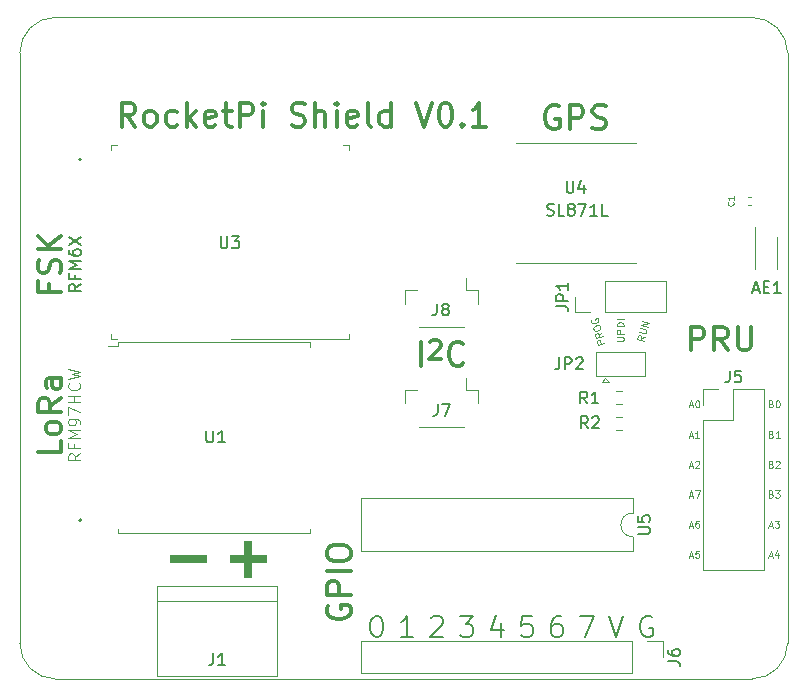
<source format=gbr>
G04 #@! TF.GenerationSoftware,KiCad,Pcbnew,6.0.2+dfsg-1*
G04 #@! TF.CreationDate,2022-08-30T21:57:41-05:00*
G04 #@! TF.ProjectId,BaseStationHAT,42617365-5374-4617-9469-6f6e4841542e,rev?*
G04 #@! TF.SameCoordinates,Original*
G04 #@! TF.FileFunction,Legend,Top*
G04 #@! TF.FilePolarity,Positive*
%FSLAX46Y46*%
G04 Gerber Fmt 4.6, Leading zero omitted, Abs format (unit mm)*
G04 Created by KiCad (PCBNEW 6.0.2+dfsg-1) date 2022-08-30 21:57:41*
%MOMM*%
%LPD*%
G01*
G04 APERTURE LIST*
G04 #@! TA.AperFunction,Profile*
%ADD10C,0.100000*%
G04 #@! TD*
%ADD11C,0.090000*%
%ADD12C,0.150000*%
%ADD13C,0.200000*%
%ADD14C,0.300000*%
%ADD15C,0.125000*%
%ADD16C,0.100000*%
%ADD17C,0.120000*%
%ADD18C,0.010000*%
G04 APERTURE END LIST*
D10*
X143546356Y-113817611D02*
X143546356Y-63817611D01*
X78546356Y-63817611D02*
X78546356Y-113817611D01*
X140546356Y-116817611D02*
G75*
G03*
X143546356Y-113817611I-1J3000001D01*
G01*
X140546356Y-60817611D02*
X81546356Y-60817611D01*
X81546356Y-116817611D02*
X140546356Y-116817611D01*
X143546356Y-63817611D02*
G75*
G03*
X140546356Y-60817611I-3000001J-1D01*
G01*
X81546356Y-60817611D02*
G75*
G03*
X78546356Y-63817611I1J-3000001D01*
G01*
X78546356Y-113817611D02*
G75*
G03*
X81546356Y-116817611I3000001J1D01*
G01*
D11*
X131472560Y-87848018D02*
X131144817Y-87967254D01*
X131383822Y-88179192D02*
X130804266Y-88023901D01*
X130863425Y-87803118D01*
X130905812Y-87755317D01*
X130940805Y-87735114D01*
X131003396Y-87722305D01*
X131086189Y-87744490D01*
X131133990Y-87786877D01*
X131154193Y-87821870D01*
X131167001Y-87884461D01*
X131107843Y-88105244D01*
X130959557Y-87444345D02*
X131428721Y-87570057D01*
X131491312Y-87557249D01*
X131526305Y-87537046D01*
X131568692Y-87489245D01*
X131598272Y-87378854D01*
X131585463Y-87316263D01*
X131565260Y-87281270D01*
X131517459Y-87238883D01*
X131048295Y-87113171D01*
X131701799Y-86992483D02*
X131122244Y-86837192D01*
X131790537Y-86661309D01*
X131210982Y-86506017D01*
X141971428Y-106400000D02*
X142257142Y-106400000D01*
X141914285Y-106571428D02*
X142114285Y-105971428D01*
X142314285Y-106571428D01*
X142771428Y-106171428D02*
X142771428Y-106571428D01*
X142628571Y-105942857D02*
X142485714Y-106371428D01*
X142857142Y-106371428D01*
X142157142Y-96107142D02*
X142242857Y-96135714D01*
X142271428Y-96164285D01*
X142300000Y-96221428D01*
X142300000Y-96307142D01*
X142271428Y-96364285D01*
X142242857Y-96392857D01*
X142185714Y-96421428D01*
X141957142Y-96421428D01*
X141957142Y-95821428D01*
X142157142Y-95821428D01*
X142214285Y-95850000D01*
X142242857Y-95878571D01*
X142271428Y-95935714D01*
X142271428Y-95992857D01*
X142242857Y-96050000D01*
X142214285Y-96078571D01*
X142157142Y-96107142D01*
X141957142Y-96107142D01*
X142871428Y-96421428D02*
X142528571Y-96421428D01*
X142700000Y-96421428D02*
X142700000Y-95821428D01*
X142642857Y-95907142D01*
X142585714Y-95964285D01*
X142528571Y-95992857D01*
D12*
X123176190Y-77554761D02*
X123319047Y-77602380D01*
X123557142Y-77602380D01*
X123652380Y-77554761D01*
X123700000Y-77507142D01*
X123747619Y-77411904D01*
X123747619Y-77316666D01*
X123700000Y-77221428D01*
X123652380Y-77173809D01*
X123557142Y-77126190D01*
X123366666Y-77078571D01*
X123271428Y-77030952D01*
X123223809Y-76983333D01*
X123176190Y-76888095D01*
X123176190Y-76792857D01*
X123223809Y-76697619D01*
X123271428Y-76650000D01*
X123366666Y-76602380D01*
X123604761Y-76602380D01*
X123747619Y-76650000D01*
X124652380Y-77602380D02*
X124176190Y-77602380D01*
X124176190Y-76602380D01*
X125128571Y-77030952D02*
X125033333Y-76983333D01*
X124985714Y-76935714D01*
X124938095Y-76840476D01*
X124938095Y-76792857D01*
X124985714Y-76697619D01*
X125033333Y-76650000D01*
X125128571Y-76602380D01*
X125319047Y-76602380D01*
X125414285Y-76650000D01*
X125461904Y-76697619D01*
X125509523Y-76792857D01*
X125509523Y-76840476D01*
X125461904Y-76935714D01*
X125414285Y-76983333D01*
X125319047Y-77030952D01*
X125128571Y-77030952D01*
X125033333Y-77078571D01*
X124985714Y-77126190D01*
X124938095Y-77221428D01*
X124938095Y-77411904D01*
X124985714Y-77507142D01*
X125033333Y-77554761D01*
X125128571Y-77602380D01*
X125319047Y-77602380D01*
X125414285Y-77554761D01*
X125461904Y-77507142D01*
X125509523Y-77411904D01*
X125509523Y-77221428D01*
X125461904Y-77126190D01*
X125414285Y-77078571D01*
X125319047Y-77030952D01*
X125842857Y-76602380D02*
X126509523Y-76602380D01*
X126080952Y-77602380D01*
X127414285Y-77602380D02*
X126842857Y-77602380D01*
X127128571Y-77602380D02*
X127128571Y-76602380D01*
X127033333Y-76745238D01*
X126938095Y-76840476D01*
X126842857Y-76888095D01*
X128319047Y-77602380D02*
X127842857Y-77602380D01*
X127842857Y-76602380D01*
D13*
X113335714Y-111685714D02*
X113421428Y-111600000D01*
X113592857Y-111514285D01*
X114021428Y-111514285D01*
X114192857Y-111600000D01*
X114278571Y-111685714D01*
X114364285Y-111857142D01*
X114364285Y-112028571D01*
X114278571Y-112285714D01*
X113250000Y-113314285D01*
X114364285Y-113314285D01*
D14*
X82054761Y-96690476D02*
X82054761Y-97642857D01*
X80054761Y-97642857D01*
X82054761Y-95738095D02*
X81959523Y-95928571D01*
X81864285Y-96023809D01*
X81673809Y-96119047D01*
X81102380Y-96119047D01*
X80911904Y-96023809D01*
X80816666Y-95928571D01*
X80721428Y-95738095D01*
X80721428Y-95452380D01*
X80816666Y-95261904D01*
X80911904Y-95166666D01*
X81102380Y-95071428D01*
X81673809Y-95071428D01*
X81864285Y-95166666D01*
X81959523Y-95261904D01*
X82054761Y-95452380D01*
X82054761Y-95738095D01*
X82054761Y-93071428D02*
X81102380Y-93738095D01*
X82054761Y-94214285D02*
X80054761Y-94214285D01*
X80054761Y-93452380D01*
X80150000Y-93261904D01*
X80245238Y-93166666D01*
X80435714Y-93071428D01*
X80721428Y-93071428D01*
X80911904Y-93166666D01*
X81007142Y-93261904D01*
X81102380Y-93452380D01*
X81102380Y-94214285D01*
X82054761Y-91357142D02*
X81007142Y-91357142D01*
X80816666Y-91452380D01*
X80721428Y-91642857D01*
X80721428Y-92023809D01*
X80816666Y-92214285D01*
X81959523Y-91357142D02*
X82054761Y-91547619D01*
X82054761Y-92023809D01*
X81959523Y-92214285D01*
X81769047Y-92309523D01*
X81578571Y-92309523D01*
X81388095Y-92214285D01*
X81292857Y-92023809D01*
X81292857Y-91547619D01*
X81197619Y-91357142D01*
X81007142Y-83416666D02*
X81007142Y-84083333D01*
X82054761Y-84083333D02*
X80054761Y-84083333D01*
X80054761Y-83130952D01*
X81959523Y-82464285D02*
X82054761Y-82178571D01*
X82054761Y-81702380D01*
X81959523Y-81511904D01*
X81864285Y-81416666D01*
X81673809Y-81321428D01*
X81483333Y-81321428D01*
X81292857Y-81416666D01*
X81197619Y-81511904D01*
X81102380Y-81702380D01*
X81007142Y-82083333D01*
X80911904Y-82273809D01*
X80816666Y-82369047D01*
X80626190Y-82464285D01*
X80435714Y-82464285D01*
X80245238Y-82369047D01*
X80150000Y-82273809D01*
X80054761Y-82083333D01*
X80054761Y-81607142D01*
X80150000Y-81321428D01*
X82054761Y-80464285D02*
X80054761Y-80464285D01*
X82054761Y-79321428D02*
X80911904Y-80178571D01*
X80054761Y-79321428D02*
X81197619Y-80464285D01*
X135330952Y-89004761D02*
X135330952Y-87004761D01*
X136092857Y-87004761D01*
X136283333Y-87100000D01*
X136378571Y-87195238D01*
X136473809Y-87385714D01*
X136473809Y-87671428D01*
X136378571Y-87861904D01*
X136283333Y-87957142D01*
X136092857Y-88052380D01*
X135330952Y-88052380D01*
X138473809Y-89004761D02*
X137807142Y-88052380D01*
X137330952Y-89004761D02*
X137330952Y-87004761D01*
X138092857Y-87004761D01*
X138283333Y-87100000D01*
X138378571Y-87195238D01*
X138473809Y-87385714D01*
X138473809Y-87671428D01*
X138378571Y-87861904D01*
X138283333Y-87957142D01*
X138092857Y-88052380D01*
X137330952Y-88052380D01*
X139330952Y-87004761D02*
X139330952Y-88623809D01*
X139426190Y-88814285D01*
X139521428Y-88909523D01*
X139711904Y-89004761D01*
X140092857Y-89004761D01*
X140283333Y-88909523D01*
X140378571Y-88814285D01*
X140473809Y-88623809D01*
X140473809Y-87004761D01*
D11*
X128039485Y-88364669D02*
X127459930Y-88519961D01*
X127400771Y-88299178D01*
X127413580Y-88236587D01*
X127433783Y-88201594D01*
X127481584Y-88159207D01*
X127564377Y-88137022D01*
X127626968Y-88149830D01*
X127661961Y-88170033D01*
X127704348Y-88217834D01*
X127763507Y-88438617D01*
X127795456Y-87453939D02*
X127571241Y-87721073D01*
X127884194Y-87785114D02*
X127304639Y-87940405D01*
X127245480Y-87719622D01*
X127258288Y-87657031D01*
X127278491Y-87622039D01*
X127326292Y-87579651D01*
X127409086Y-87557467D01*
X127471676Y-87570275D01*
X127506669Y-87590478D01*
X127549057Y-87638279D01*
X127608215Y-87859062D01*
X127119768Y-87250458D02*
X127090188Y-87140067D01*
X127102997Y-87077476D01*
X127143403Y-87007491D01*
X127246400Y-86950313D01*
X127439585Y-86898550D01*
X127557371Y-86896568D01*
X127627356Y-86936974D01*
X127669744Y-86984775D01*
X127699323Y-87095167D01*
X127686515Y-87157757D01*
X127646109Y-87227743D01*
X127543112Y-87284920D01*
X127349927Y-87336684D01*
X127232141Y-87338665D01*
X127162155Y-87298259D01*
X127119768Y-87250458D01*
X126932916Y-86442725D02*
X126920107Y-86505315D01*
X126942292Y-86588109D01*
X126992074Y-86663508D01*
X127062060Y-86703914D01*
X127124650Y-86716722D01*
X127242437Y-86714741D01*
X127325230Y-86692556D01*
X127428227Y-86635379D01*
X127476028Y-86592991D01*
X127516434Y-86523006D01*
X127521847Y-86432817D01*
X127507058Y-86377622D01*
X127457275Y-86302223D01*
X127422283Y-86282020D01*
X127229097Y-86333784D01*
X127258677Y-86444175D01*
X135221428Y-103850000D02*
X135507142Y-103850000D01*
X135164285Y-104021428D02*
X135364285Y-103421428D01*
X135564285Y-104021428D01*
X136021428Y-103421428D02*
X135907142Y-103421428D01*
X135850000Y-103450000D01*
X135821428Y-103478571D01*
X135764285Y-103564285D01*
X135735714Y-103678571D01*
X135735714Y-103907142D01*
X135764285Y-103964285D01*
X135792857Y-103992857D01*
X135850000Y-104021428D01*
X135964285Y-104021428D01*
X136021428Y-103992857D01*
X136050000Y-103964285D01*
X136078571Y-103907142D01*
X136078571Y-103764285D01*
X136050000Y-103707142D01*
X136021428Y-103678571D01*
X135964285Y-103650000D01*
X135850000Y-103650000D01*
X135792857Y-103678571D01*
X135764285Y-103707142D01*
X135735714Y-103764285D01*
D14*
X104650000Y-110650000D02*
X104554761Y-110840476D01*
X104554761Y-111126190D01*
X104650000Y-111411904D01*
X104840476Y-111602380D01*
X105030952Y-111697619D01*
X105411904Y-111792857D01*
X105697619Y-111792857D01*
X106078571Y-111697619D01*
X106269047Y-111602380D01*
X106459523Y-111411904D01*
X106554761Y-111126190D01*
X106554761Y-110935714D01*
X106459523Y-110650000D01*
X106364285Y-110554761D01*
X105697619Y-110554761D01*
X105697619Y-110935714D01*
X106554761Y-109697619D02*
X104554761Y-109697619D01*
X104554761Y-108935714D01*
X104650000Y-108745238D01*
X104745238Y-108650000D01*
X104935714Y-108554761D01*
X105221428Y-108554761D01*
X105411904Y-108650000D01*
X105507142Y-108745238D01*
X105602380Y-108935714D01*
X105602380Y-109697619D01*
X106554761Y-107697619D02*
X104554761Y-107697619D01*
X104554761Y-106364285D02*
X104554761Y-105983333D01*
X104650000Y-105792857D01*
X104840476Y-105602380D01*
X105221428Y-105507142D01*
X105888095Y-105507142D01*
X106269047Y-105602380D01*
X106459523Y-105792857D01*
X106554761Y-105983333D01*
X106554761Y-106364285D01*
X106459523Y-106554761D01*
X106269047Y-106745238D01*
X105888095Y-106840476D01*
X105221428Y-106840476D01*
X104840476Y-106745238D01*
X104650000Y-106554761D01*
X104554761Y-106364285D01*
D11*
X142157142Y-101157142D02*
X142242857Y-101185714D01*
X142271428Y-101214285D01*
X142300000Y-101271428D01*
X142300000Y-101357142D01*
X142271428Y-101414285D01*
X142242857Y-101442857D01*
X142185714Y-101471428D01*
X141957142Y-101471428D01*
X141957142Y-100871428D01*
X142157142Y-100871428D01*
X142214285Y-100900000D01*
X142242857Y-100928571D01*
X142271428Y-100985714D01*
X142271428Y-101042857D01*
X142242857Y-101100000D01*
X142214285Y-101128571D01*
X142157142Y-101157142D01*
X141957142Y-101157142D01*
X142500000Y-100871428D02*
X142871428Y-100871428D01*
X142671428Y-101100000D01*
X142757142Y-101100000D01*
X142814285Y-101128571D01*
X142842857Y-101157142D01*
X142871428Y-101214285D01*
X142871428Y-101357142D01*
X142842857Y-101414285D01*
X142814285Y-101442857D01*
X142757142Y-101471428D01*
X142585714Y-101471428D01*
X142528571Y-101442857D01*
X142500000Y-101414285D01*
D14*
X88311904Y-70054761D02*
X87645238Y-69102380D01*
X87169047Y-70054761D02*
X87169047Y-68054761D01*
X87930952Y-68054761D01*
X88121428Y-68150000D01*
X88216666Y-68245238D01*
X88311904Y-68435714D01*
X88311904Y-68721428D01*
X88216666Y-68911904D01*
X88121428Y-69007142D01*
X87930952Y-69102380D01*
X87169047Y-69102380D01*
X89454761Y-70054761D02*
X89264285Y-69959523D01*
X89169047Y-69864285D01*
X89073809Y-69673809D01*
X89073809Y-69102380D01*
X89169047Y-68911904D01*
X89264285Y-68816666D01*
X89454761Y-68721428D01*
X89740476Y-68721428D01*
X89930952Y-68816666D01*
X90026190Y-68911904D01*
X90121428Y-69102380D01*
X90121428Y-69673809D01*
X90026190Y-69864285D01*
X89930952Y-69959523D01*
X89740476Y-70054761D01*
X89454761Y-70054761D01*
X91835714Y-69959523D02*
X91645238Y-70054761D01*
X91264285Y-70054761D01*
X91073809Y-69959523D01*
X90978571Y-69864285D01*
X90883333Y-69673809D01*
X90883333Y-69102380D01*
X90978571Y-68911904D01*
X91073809Y-68816666D01*
X91264285Y-68721428D01*
X91645238Y-68721428D01*
X91835714Y-68816666D01*
X92692857Y-70054761D02*
X92692857Y-68054761D01*
X92883333Y-69292857D02*
X93454761Y-70054761D01*
X93454761Y-68721428D02*
X92692857Y-69483333D01*
X95073809Y-69959523D02*
X94883333Y-70054761D01*
X94502380Y-70054761D01*
X94311904Y-69959523D01*
X94216666Y-69769047D01*
X94216666Y-69007142D01*
X94311904Y-68816666D01*
X94502380Y-68721428D01*
X94883333Y-68721428D01*
X95073809Y-68816666D01*
X95169047Y-69007142D01*
X95169047Y-69197619D01*
X94216666Y-69388095D01*
X95740476Y-68721428D02*
X96502380Y-68721428D01*
X96026190Y-68054761D02*
X96026190Y-69769047D01*
X96121428Y-69959523D01*
X96311904Y-70054761D01*
X96502380Y-70054761D01*
X97169047Y-70054761D02*
X97169047Y-68054761D01*
X97930952Y-68054761D01*
X98121428Y-68150000D01*
X98216666Y-68245238D01*
X98311904Y-68435714D01*
X98311904Y-68721428D01*
X98216666Y-68911904D01*
X98121428Y-69007142D01*
X97930952Y-69102380D01*
X97169047Y-69102380D01*
X99169047Y-70054761D02*
X99169047Y-68721428D01*
X99169047Y-68054761D02*
X99073809Y-68150000D01*
X99169047Y-68245238D01*
X99264285Y-68150000D01*
X99169047Y-68054761D01*
X99169047Y-68245238D01*
X101549999Y-69959523D02*
X101835714Y-70054761D01*
X102311904Y-70054761D01*
X102502380Y-69959523D01*
X102597619Y-69864285D01*
X102692857Y-69673809D01*
X102692857Y-69483333D01*
X102597619Y-69292857D01*
X102502380Y-69197619D01*
X102311904Y-69102380D01*
X101930952Y-69007142D01*
X101740476Y-68911904D01*
X101645238Y-68816666D01*
X101549999Y-68626190D01*
X101549999Y-68435714D01*
X101645238Y-68245238D01*
X101740476Y-68150000D01*
X101930952Y-68054761D01*
X102407142Y-68054761D01*
X102692857Y-68150000D01*
X103550000Y-70054761D02*
X103550000Y-68054761D01*
X104407142Y-70054761D02*
X104407142Y-69007142D01*
X104311904Y-68816666D01*
X104121428Y-68721428D01*
X103835714Y-68721428D01*
X103645238Y-68816666D01*
X103550000Y-68911904D01*
X105359523Y-70054761D02*
X105359523Y-68721428D01*
X105359523Y-68054761D02*
X105264285Y-68150000D01*
X105359523Y-68245238D01*
X105454761Y-68150000D01*
X105359523Y-68054761D01*
X105359523Y-68245238D01*
X107073809Y-69959523D02*
X106883333Y-70054761D01*
X106502380Y-70054761D01*
X106311904Y-69959523D01*
X106216666Y-69769047D01*
X106216666Y-69007142D01*
X106311904Y-68816666D01*
X106502380Y-68721428D01*
X106883333Y-68721428D01*
X107073809Y-68816666D01*
X107169047Y-69007142D01*
X107169047Y-69197619D01*
X106216666Y-69388095D01*
X108311904Y-70054761D02*
X108121428Y-69959523D01*
X108026190Y-69769047D01*
X108026190Y-68054761D01*
X109930952Y-70054761D02*
X109930952Y-68054761D01*
X109930952Y-69959523D02*
X109740476Y-70054761D01*
X109359523Y-70054761D01*
X109169047Y-69959523D01*
X109073809Y-69864285D01*
X108978571Y-69673809D01*
X108978571Y-69102380D01*
X109073809Y-68911904D01*
X109169047Y-68816666D01*
X109359523Y-68721428D01*
X109740476Y-68721428D01*
X109930952Y-68816666D01*
X112121428Y-68054761D02*
X112788095Y-70054761D01*
X113454761Y-68054761D01*
X114502380Y-68054761D02*
X114692857Y-68054761D01*
X114883333Y-68150000D01*
X114978571Y-68245238D01*
X115073809Y-68435714D01*
X115169047Y-68816666D01*
X115169047Y-69292857D01*
X115073809Y-69673809D01*
X114978571Y-69864285D01*
X114883333Y-69959523D01*
X114692857Y-70054761D01*
X114502380Y-70054761D01*
X114311904Y-69959523D01*
X114216666Y-69864285D01*
X114121428Y-69673809D01*
X114026190Y-69292857D01*
X114026190Y-68816666D01*
X114121428Y-68435714D01*
X114216666Y-68245238D01*
X114311904Y-68150000D01*
X114502380Y-68054761D01*
X116026190Y-69864285D02*
X116121428Y-69959523D01*
X116026190Y-70054761D01*
X115930952Y-69959523D01*
X116026190Y-69864285D01*
X116026190Y-70054761D01*
X118026190Y-70054761D02*
X116883333Y-70054761D01*
X117454761Y-70054761D02*
X117454761Y-68054761D01*
X117264285Y-68340476D01*
X117073809Y-68530952D01*
X116883333Y-68626190D01*
D11*
X135221428Y-106400000D02*
X135507142Y-106400000D01*
X135164285Y-106571428D02*
X135364285Y-105971428D01*
X135564285Y-106571428D01*
X136050000Y-105971428D02*
X135764285Y-105971428D01*
X135735714Y-106257142D01*
X135764285Y-106228571D01*
X135821428Y-106200000D01*
X135964285Y-106200000D01*
X136021428Y-106228571D01*
X136050000Y-106257142D01*
X136078571Y-106314285D01*
X136078571Y-106457142D01*
X136050000Y-106514285D01*
X136021428Y-106542857D01*
X135964285Y-106571428D01*
X135821428Y-106571428D01*
X135764285Y-106542857D01*
X135735714Y-106514285D01*
X142157142Y-98657142D02*
X142242857Y-98685714D01*
X142271428Y-98714285D01*
X142300000Y-98771428D01*
X142300000Y-98857142D01*
X142271428Y-98914285D01*
X142242857Y-98942857D01*
X142185714Y-98971428D01*
X141957142Y-98971428D01*
X141957142Y-98371428D01*
X142157142Y-98371428D01*
X142214285Y-98400000D01*
X142242857Y-98428571D01*
X142271428Y-98485714D01*
X142271428Y-98542857D01*
X142242857Y-98600000D01*
X142214285Y-98628571D01*
X142157142Y-98657142D01*
X141957142Y-98657142D01*
X142528571Y-98428571D02*
X142557142Y-98400000D01*
X142614285Y-98371428D01*
X142757142Y-98371428D01*
X142814285Y-98400000D01*
X142842857Y-98428571D01*
X142871428Y-98485714D01*
X142871428Y-98542857D01*
X142842857Y-98628571D01*
X142500000Y-98971428D01*
X142871428Y-98971428D01*
D13*
X119292857Y-112114285D02*
X119292857Y-113314285D01*
X118864285Y-111428571D02*
X118435714Y-112714285D01*
X119550000Y-112714285D01*
X125950000Y-111514285D02*
X127150000Y-111514285D01*
X126378571Y-113314285D01*
D14*
X124171428Y-68350000D02*
X123980952Y-68254761D01*
X123695238Y-68254761D01*
X123409523Y-68350000D01*
X123219047Y-68540476D01*
X123123809Y-68730952D01*
X123028571Y-69111904D01*
X123028571Y-69397619D01*
X123123809Y-69778571D01*
X123219047Y-69969047D01*
X123409523Y-70159523D01*
X123695238Y-70254761D01*
X123885714Y-70254761D01*
X124171428Y-70159523D01*
X124266666Y-70064285D01*
X124266666Y-69397619D01*
X123885714Y-69397619D01*
X125123809Y-70254761D02*
X125123809Y-68254761D01*
X125885714Y-68254761D01*
X126076190Y-68350000D01*
X126171428Y-68445238D01*
X126266666Y-68635714D01*
X126266666Y-68921428D01*
X126171428Y-69111904D01*
X126076190Y-69207142D01*
X125885714Y-69302380D01*
X125123809Y-69302380D01*
X127028571Y-70159523D02*
X127314285Y-70254761D01*
X127790476Y-70254761D01*
X127980952Y-70159523D01*
X128076190Y-70064285D01*
X128171428Y-69873809D01*
X128171428Y-69683333D01*
X128076190Y-69492857D01*
X127980952Y-69397619D01*
X127790476Y-69302380D01*
X127409523Y-69207142D01*
X127219047Y-69111904D01*
X127123809Y-69016666D01*
X127028571Y-68826190D01*
X127028571Y-68635714D01*
X127123809Y-68445238D01*
X127219047Y-68350000D01*
X127409523Y-68254761D01*
X127885714Y-68254761D01*
X128171428Y-68350000D01*
D13*
X111814285Y-113314285D02*
X110785714Y-113314285D01*
X111300000Y-113314285D02*
X111300000Y-111514285D01*
X111128571Y-111771428D01*
X110957142Y-111942857D01*
X110785714Y-112028571D01*
D11*
X135221428Y-101300000D02*
X135507142Y-101300000D01*
X135164285Y-101471428D02*
X135364285Y-100871428D01*
X135564285Y-101471428D01*
X135707142Y-100871428D02*
X136107142Y-100871428D01*
X135850000Y-101471428D01*
X142157142Y-93524142D02*
X142242857Y-93552714D01*
X142271428Y-93581285D01*
X142300000Y-93638428D01*
X142300000Y-93724142D01*
X142271428Y-93781285D01*
X142242857Y-93809857D01*
X142185714Y-93838428D01*
X141957142Y-93838428D01*
X141957142Y-93238428D01*
X142157142Y-93238428D01*
X142214285Y-93267000D01*
X142242857Y-93295571D01*
X142271428Y-93352714D01*
X142271428Y-93409857D01*
X142242857Y-93467000D01*
X142214285Y-93495571D01*
X142157142Y-93524142D01*
X141957142Y-93524142D01*
X142671428Y-93238428D02*
X142728571Y-93238428D01*
X142785714Y-93267000D01*
X142814285Y-93295571D01*
X142842857Y-93352714D01*
X142871428Y-93467000D01*
X142871428Y-93609857D01*
X142842857Y-93724142D01*
X142814285Y-93781285D01*
X142785714Y-93809857D01*
X142728571Y-93838428D01*
X142671428Y-93838428D01*
X142614285Y-93809857D01*
X142585714Y-93781285D01*
X142557142Y-93724142D01*
X142528571Y-93609857D01*
X142528571Y-93467000D01*
X142557142Y-93352714D01*
X142585714Y-93295571D01*
X142614285Y-93267000D01*
X142671428Y-93238428D01*
D13*
X121928571Y-111514285D02*
X121071428Y-111514285D01*
X120985714Y-112371428D01*
X121071428Y-112285714D01*
X121242857Y-112200000D01*
X121671428Y-112200000D01*
X121842857Y-112285714D01*
X121928571Y-112371428D01*
X122014285Y-112542857D01*
X122014285Y-112971428D01*
X121928571Y-113142857D01*
X121842857Y-113228571D01*
X121671428Y-113314285D01*
X121242857Y-113314285D01*
X121071428Y-113228571D01*
X120985714Y-113142857D01*
X115800000Y-111514285D02*
X116914285Y-111514285D01*
X116314285Y-112200000D01*
X116571428Y-112200000D01*
X116742857Y-112285714D01*
X116828571Y-112371428D01*
X116914285Y-112542857D01*
X116914285Y-112971428D01*
X116828571Y-113142857D01*
X116742857Y-113228571D01*
X116571428Y-113314285D01*
X116057142Y-113314285D01*
X115885714Y-113228571D01*
X115800000Y-113142857D01*
D15*
X83652380Y-97738095D02*
X83176190Y-98071428D01*
X83652380Y-98309523D02*
X82652380Y-98309523D01*
X82652380Y-97928571D01*
X82700000Y-97833333D01*
X82747619Y-97785714D01*
X82842857Y-97738095D01*
X82985714Y-97738095D01*
X83080952Y-97785714D01*
X83128571Y-97833333D01*
X83176190Y-97928571D01*
X83176190Y-98309523D01*
X83128571Y-96976190D02*
X83128571Y-97309523D01*
X83652380Y-97309523D02*
X82652380Y-97309523D01*
X82652380Y-96833333D01*
X83652380Y-96452380D02*
X82652380Y-96452380D01*
X83366666Y-96119047D01*
X82652380Y-95785714D01*
X83652380Y-95785714D01*
X83652380Y-95261904D02*
X83652380Y-95071428D01*
X83604761Y-94976190D01*
X83557142Y-94928571D01*
X83414285Y-94833333D01*
X83223809Y-94785714D01*
X82842857Y-94785714D01*
X82747619Y-94833333D01*
X82700000Y-94880952D01*
X82652380Y-94976190D01*
X82652380Y-95166666D01*
X82700000Y-95261904D01*
X82747619Y-95309523D01*
X82842857Y-95357142D01*
X83080952Y-95357142D01*
X83176190Y-95309523D01*
X83223809Y-95261904D01*
X83271428Y-95166666D01*
X83271428Y-94976190D01*
X83223809Y-94880952D01*
X83176190Y-94833333D01*
X83080952Y-94785714D01*
X82652380Y-94452380D02*
X82652380Y-93785714D01*
X83652380Y-94214285D01*
X83652380Y-93404761D02*
X82652380Y-93404761D01*
X83128571Y-93404761D02*
X83128571Y-92833333D01*
X83652380Y-92833333D02*
X82652380Y-92833333D01*
X83557142Y-91785714D02*
X83604761Y-91833333D01*
X83652380Y-91976190D01*
X83652380Y-92071428D01*
X83604761Y-92214285D01*
X83509523Y-92309523D01*
X83414285Y-92357142D01*
X83223809Y-92404761D01*
X83080952Y-92404761D01*
X82890476Y-92357142D01*
X82795238Y-92309523D01*
X82700000Y-92214285D01*
X82652380Y-92071428D01*
X82652380Y-91976190D01*
X82700000Y-91833333D01*
X82747619Y-91785714D01*
X82652380Y-91452380D02*
X83652380Y-91214285D01*
X82938095Y-91023809D01*
X83652380Y-90833333D01*
X82652380Y-90595238D01*
D11*
X141971428Y-103850000D02*
X142257142Y-103850000D01*
X141914285Y-104021428D02*
X142114285Y-103421428D01*
X142314285Y-104021428D01*
X142457142Y-103421428D02*
X142828571Y-103421428D01*
X142628571Y-103650000D01*
X142714285Y-103650000D01*
X142771428Y-103678571D01*
X142800000Y-103707142D01*
X142828571Y-103764285D01*
X142828571Y-103907142D01*
X142800000Y-103964285D01*
X142771428Y-103992857D01*
X142714285Y-104021428D01*
X142542857Y-104021428D01*
X142485714Y-103992857D01*
X142457142Y-103964285D01*
X135221428Y-98800000D02*
X135507142Y-98800000D01*
X135164285Y-98971428D02*
X135364285Y-98371428D01*
X135564285Y-98971428D01*
X135735714Y-98428571D02*
X135764285Y-98400000D01*
X135821428Y-98371428D01*
X135964285Y-98371428D01*
X136021428Y-98400000D01*
X136050000Y-98428571D01*
X136078571Y-98485714D01*
X136078571Y-98542857D01*
X136050000Y-98628571D01*
X135707142Y-98971428D01*
X136078571Y-98971428D01*
X135221428Y-96250000D02*
X135507142Y-96250000D01*
X135164285Y-96421428D02*
X135364285Y-95821428D01*
X135564285Y-96421428D01*
X136078571Y-96421428D02*
X135735714Y-96421428D01*
X135907142Y-96421428D02*
X135907142Y-95821428D01*
X135850000Y-95907142D01*
X135792857Y-95964285D01*
X135735714Y-95992857D01*
D13*
X132051428Y-111600000D02*
X131880000Y-111514285D01*
X131622857Y-111514285D01*
X131365714Y-111600000D01*
X131194285Y-111771428D01*
X131108571Y-111942857D01*
X131022857Y-112285714D01*
X131022857Y-112542857D01*
X131108571Y-112885714D01*
X131194285Y-113057142D01*
X131365714Y-113228571D01*
X131622857Y-113314285D01*
X131794285Y-113314285D01*
X132051428Y-113228571D01*
X132137142Y-113142857D01*
X132137142Y-112542857D01*
X131794285Y-112542857D01*
D11*
X129071428Y-88214285D02*
X129557142Y-88214285D01*
X129614285Y-88185714D01*
X129642857Y-88157142D01*
X129671428Y-88100000D01*
X129671428Y-87985714D01*
X129642857Y-87928571D01*
X129614285Y-87900000D01*
X129557142Y-87871428D01*
X129071428Y-87871428D01*
X129671428Y-87585714D02*
X129071428Y-87585714D01*
X129071428Y-87357142D01*
X129100000Y-87300000D01*
X129128571Y-87271428D01*
X129185714Y-87242857D01*
X129271428Y-87242857D01*
X129328571Y-87271428D01*
X129357142Y-87300000D01*
X129385714Y-87357142D01*
X129385714Y-87585714D01*
X129671428Y-86985714D02*
X129071428Y-86985714D01*
X129071428Y-86842857D01*
X129100000Y-86757142D01*
X129157142Y-86700000D01*
X129214285Y-86671428D01*
X129328571Y-86642857D01*
X129414285Y-86642857D01*
X129528571Y-86671428D01*
X129585714Y-86700000D01*
X129642857Y-86757142D01*
X129671428Y-86842857D01*
X129671428Y-86985714D01*
X129671428Y-86385714D02*
X129071428Y-86385714D01*
D12*
X83702380Y-83392857D02*
X83226190Y-83726190D01*
X83702380Y-83964285D02*
X82702380Y-83964285D01*
X82702380Y-83583333D01*
X82750000Y-83488095D01*
X82797619Y-83440476D01*
X82892857Y-83392857D01*
X83035714Y-83392857D01*
X83130952Y-83440476D01*
X83178571Y-83488095D01*
X83226190Y-83583333D01*
X83226190Y-83964285D01*
X83178571Y-82630952D02*
X83178571Y-82964285D01*
X83702380Y-82964285D02*
X82702380Y-82964285D01*
X82702380Y-82488095D01*
X83702380Y-82107142D02*
X82702380Y-82107142D01*
X83416666Y-81773809D01*
X82702380Y-81440476D01*
X83702380Y-81440476D01*
X82702380Y-80535714D02*
X82702380Y-80726190D01*
X82750000Y-80821428D01*
X82797619Y-80869047D01*
X82940476Y-80964285D01*
X83130952Y-81011904D01*
X83511904Y-81011904D01*
X83607142Y-80964285D01*
X83654761Y-80916666D01*
X83702380Y-80821428D01*
X83702380Y-80630952D01*
X83654761Y-80535714D01*
X83607142Y-80488095D01*
X83511904Y-80440476D01*
X83273809Y-80440476D01*
X83178571Y-80488095D01*
X83130952Y-80535714D01*
X83083333Y-80630952D01*
X83083333Y-80821428D01*
X83130952Y-80916666D01*
X83178571Y-80964285D01*
X83273809Y-81011904D01*
X82702380Y-80107142D02*
X83702380Y-79440476D01*
X82702380Y-79440476D02*
X83702380Y-80107142D01*
D11*
X135221428Y-93667000D02*
X135507142Y-93667000D01*
X135164285Y-93838428D02*
X135364285Y-93238428D01*
X135564285Y-93838428D01*
X135878571Y-93238428D02*
X135935714Y-93238428D01*
X135992857Y-93267000D01*
X136021428Y-93295571D01*
X136050000Y-93352714D01*
X136078571Y-93467000D01*
X136078571Y-93609857D01*
X136050000Y-93724142D01*
X136021428Y-93781285D01*
X135992857Y-93809857D01*
X135935714Y-93838428D01*
X135878571Y-93838428D01*
X135821428Y-93809857D01*
X135792857Y-93781285D01*
X135764285Y-93724142D01*
X135735714Y-93609857D01*
X135735714Y-93467000D01*
X135764285Y-93352714D01*
X135792857Y-93295571D01*
X135821428Y-93267000D01*
X135878571Y-93238428D01*
D14*
X112488095Y-90304761D02*
X112488095Y-88304761D01*
X113269047Y-88276190D02*
X113345238Y-88200000D01*
X113497619Y-88123809D01*
X113878571Y-88123809D01*
X114030952Y-88200000D01*
X114107142Y-88276190D01*
X114183333Y-88428571D01*
X114183333Y-88580952D01*
X114107142Y-88809523D01*
X113192857Y-89723809D01*
X114183333Y-89723809D01*
X116107142Y-90114285D02*
X116011904Y-90209523D01*
X115726190Y-90304761D01*
X115535714Y-90304761D01*
X115250000Y-90209523D01*
X115059523Y-90019047D01*
X114964285Y-89828571D01*
X114869047Y-89447619D01*
X114869047Y-89161904D01*
X114964285Y-88780952D01*
X115059523Y-88590476D01*
X115250000Y-88400000D01*
X115535714Y-88304761D01*
X115726190Y-88304761D01*
X116011904Y-88400000D01*
X116107142Y-88495238D01*
D13*
X124392857Y-111514285D02*
X124050000Y-111514285D01*
X123878571Y-111600000D01*
X123792857Y-111685714D01*
X123621428Y-111942857D01*
X123535714Y-112285714D01*
X123535714Y-112971428D01*
X123621428Y-113142857D01*
X123707142Y-113228571D01*
X123878571Y-113314285D01*
X124221428Y-113314285D01*
X124392857Y-113228571D01*
X124478571Y-113142857D01*
X124564285Y-112971428D01*
X124564285Y-112542857D01*
X124478571Y-112371428D01*
X124392857Y-112285714D01*
X124221428Y-112200000D01*
X123878571Y-112200000D01*
X123707142Y-112285714D01*
X123621428Y-112371428D01*
X123535714Y-112542857D01*
X108664285Y-111514285D02*
X108835714Y-111514285D01*
X109007142Y-111600000D01*
X109092857Y-111685714D01*
X109178571Y-111857142D01*
X109264285Y-112200000D01*
X109264285Y-112628571D01*
X109178571Y-112971428D01*
X109092857Y-113142857D01*
X109007142Y-113228571D01*
X108835714Y-113314285D01*
X108664285Y-113314285D01*
X108492857Y-113228571D01*
X108407142Y-113142857D01*
X108321428Y-112971428D01*
X108235714Y-112628571D01*
X108235714Y-112200000D01*
X108321428Y-111857142D01*
X108407142Y-111685714D01*
X108492857Y-111600000D01*
X108664285Y-111514285D01*
X128450000Y-111514285D02*
X129050000Y-113314285D01*
X129650000Y-111514285D01*
D12*
X126633333Y-95602380D02*
X126300000Y-95126190D01*
X126061904Y-95602380D02*
X126061904Y-94602380D01*
X126442857Y-94602380D01*
X126538095Y-94650000D01*
X126585714Y-94697619D01*
X126633333Y-94792857D01*
X126633333Y-94935714D01*
X126585714Y-95030952D01*
X126538095Y-95078571D01*
X126442857Y-95126190D01*
X126061904Y-95126190D01*
X127014285Y-94697619D02*
X127061904Y-94650000D01*
X127157142Y-94602380D01*
X127395238Y-94602380D01*
X127490476Y-94650000D01*
X127538095Y-94697619D01*
X127585714Y-94792857D01*
X127585714Y-94888095D01*
X127538095Y-95030952D01*
X126966666Y-95602380D01*
X127585714Y-95602380D01*
D16*
X138928571Y-76434663D02*
X138952380Y-76458472D01*
X138976190Y-76529901D01*
X138976190Y-76577520D01*
X138952380Y-76648949D01*
X138904761Y-76696568D01*
X138857142Y-76720377D01*
X138761904Y-76744187D01*
X138690476Y-76744187D01*
X138595238Y-76720377D01*
X138547619Y-76696568D01*
X138500000Y-76648949D01*
X138476190Y-76577520D01*
X138476190Y-76529901D01*
X138500000Y-76458472D01*
X138523809Y-76434663D01*
X138976190Y-75958472D02*
X138976190Y-76244187D01*
X138976190Y-76101330D02*
X138476190Y-76101330D01*
X138547619Y-76148949D01*
X138595238Y-76196568D01*
X138619047Y-76244187D01*
D12*
X113866666Y-85052380D02*
X113866666Y-85766666D01*
X113819047Y-85909523D01*
X113723809Y-86004761D01*
X113580952Y-86052380D01*
X113485714Y-86052380D01*
X114485714Y-85480952D02*
X114390476Y-85433333D01*
X114342857Y-85385714D01*
X114295238Y-85290476D01*
X114295238Y-85242857D01*
X114342857Y-85147619D01*
X114390476Y-85100000D01*
X114485714Y-85052380D01*
X114676190Y-85052380D01*
X114771428Y-85100000D01*
X114819047Y-85147619D01*
X114866666Y-85242857D01*
X114866666Y-85290476D01*
X114819047Y-85385714D01*
X114771428Y-85433333D01*
X114676190Y-85480952D01*
X114485714Y-85480952D01*
X114390476Y-85528571D01*
X114342857Y-85576190D01*
X114295238Y-85671428D01*
X114295238Y-85861904D01*
X114342857Y-85957142D01*
X114390476Y-86004761D01*
X114485714Y-86052380D01*
X114676190Y-86052380D01*
X114771428Y-86004761D01*
X114819047Y-85957142D01*
X114866666Y-85861904D01*
X114866666Y-85671428D01*
X114819047Y-85576190D01*
X114771428Y-85528571D01*
X114676190Y-85480952D01*
X130882380Y-104546904D02*
X131691904Y-104546904D01*
X131787142Y-104499285D01*
X131834761Y-104451666D01*
X131882380Y-104356428D01*
X131882380Y-104165952D01*
X131834761Y-104070714D01*
X131787142Y-104023095D01*
X131691904Y-103975476D01*
X130882380Y-103975476D01*
X130882380Y-103023095D02*
X130882380Y-103499285D01*
X131358571Y-103546904D01*
X131310952Y-103499285D01*
X131263333Y-103404047D01*
X131263333Y-103165952D01*
X131310952Y-103070714D01*
X131358571Y-103023095D01*
X131453809Y-102975476D01*
X131691904Y-102975476D01*
X131787142Y-103023095D01*
X131834761Y-103070714D01*
X131882380Y-103165952D01*
X131882380Y-103404047D01*
X131834761Y-103499285D01*
X131787142Y-103546904D01*
X133422380Y-115308333D02*
X134136666Y-115308333D01*
X134279523Y-115355952D01*
X134374761Y-115451190D01*
X134422380Y-115594047D01*
X134422380Y-115689285D01*
X133422380Y-114403571D02*
X133422380Y-114594047D01*
X133470000Y-114689285D01*
X133517619Y-114736904D01*
X133660476Y-114832142D01*
X133850952Y-114879761D01*
X134231904Y-114879761D01*
X134327142Y-114832142D01*
X134374761Y-114784523D01*
X134422380Y-114689285D01*
X134422380Y-114498809D01*
X134374761Y-114403571D01*
X134327142Y-114355952D01*
X134231904Y-114308333D01*
X133993809Y-114308333D01*
X133898571Y-114355952D01*
X133850952Y-114403571D01*
X133803333Y-114498809D01*
X133803333Y-114689285D01*
X133850952Y-114784523D01*
X133898571Y-114832142D01*
X133993809Y-114879761D01*
X124216666Y-89602380D02*
X124216666Y-90316666D01*
X124169047Y-90459523D01*
X124073809Y-90554761D01*
X123930952Y-90602380D01*
X123835714Y-90602380D01*
X124692857Y-90602380D02*
X124692857Y-89602380D01*
X125073809Y-89602380D01*
X125169047Y-89650000D01*
X125216666Y-89697619D01*
X125264285Y-89792857D01*
X125264285Y-89935714D01*
X125216666Y-90030952D01*
X125169047Y-90078571D01*
X125073809Y-90126190D01*
X124692857Y-90126190D01*
X125645238Y-89697619D02*
X125692857Y-89650000D01*
X125788095Y-89602380D01*
X126026190Y-89602380D01*
X126121428Y-89650000D01*
X126169047Y-89697619D01*
X126216666Y-89792857D01*
X126216666Y-89888095D01*
X126169047Y-90030952D01*
X125597619Y-90602380D01*
X126216666Y-90602380D01*
X94916666Y-114652380D02*
X94916666Y-115366666D01*
X94869047Y-115509523D01*
X94773809Y-115604761D01*
X94630952Y-115652380D01*
X94535714Y-115652380D01*
X95916666Y-115652380D02*
X95345238Y-115652380D01*
X95630952Y-115652380D02*
X95630952Y-114652380D01*
X95535714Y-114795238D01*
X95440476Y-114890476D01*
X95345238Y-114938095D01*
X94338095Y-95802380D02*
X94338095Y-96611904D01*
X94385714Y-96707142D01*
X94433333Y-96754761D01*
X94528571Y-96802380D01*
X94719047Y-96802380D01*
X94814285Y-96754761D01*
X94861904Y-96707142D01*
X94909523Y-96611904D01*
X94909523Y-95802380D01*
X95909523Y-96802380D02*
X95338095Y-96802380D01*
X95623809Y-96802380D02*
X95623809Y-95802380D01*
X95528571Y-95945238D01*
X95433333Y-96040476D01*
X95338095Y-96088095D01*
X124838095Y-74652380D02*
X124838095Y-75461904D01*
X124885714Y-75557142D01*
X124933333Y-75604761D01*
X125028571Y-75652380D01*
X125219047Y-75652380D01*
X125314285Y-75604761D01*
X125361904Y-75557142D01*
X125409523Y-75461904D01*
X125409523Y-74652380D01*
X126314285Y-74985714D02*
X126314285Y-75652380D01*
X126076190Y-74604761D02*
X125838095Y-75319047D01*
X126457142Y-75319047D01*
X138636666Y-90722380D02*
X138636666Y-91436666D01*
X138589047Y-91579523D01*
X138493809Y-91674761D01*
X138350952Y-91722380D01*
X138255714Y-91722380D01*
X139589047Y-90722380D02*
X139112857Y-90722380D01*
X139065238Y-91198571D01*
X139112857Y-91150952D01*
X139208095Y-91103333D01*
X139446190Y-91103333D01*
X139541428Y-91150952D01*
X139589047Y-91198571D01*
X139636666Y-91293809D01*
X139636666Y-91531904D01*
X139589047Y-91627142D01*
X139541428Y-91674761D01*
X139446190Y-91722380D01*
X139208095Y-91722380D01*
X139112857Y-91674761D01*
X139065238Y-91627142D01*
X113916666Y-93552380D02*
X113916666Y-94266666D01*
X113869047Y-94409523D01*
X113773809Y-94504761D01*
X113630952Y-94552380D01*
X113535714Y-94552380D01*
X114297619Y-93552380D02*
X114964285Y-93552380D01*
X114535714Y-94552380D01*
X140633333Y-83866666D02*
X141109523Y-83866666D01*
X140538095Y-84152380D02*
X140871428Y-83152380D01*
X141204761Y-84152380D01*
X141538095Y-83628571D02*
X141871428Y-83628571D01*
X142014285Y-84152380D02*
X141538095Y-84152380D01*
X141538095Y-83152380D01*
X142014285Y-83152380D01*
X142966666Y-84152380D02*
X142395238Y-84152380D01*
X142680952Y-84152380D02*
X142680952Y-83152380D01*
X142585714Y-83295238D01*
X142490476Y-83390476D01*
X142395238Y-83438095D01*
X123972380Y-85283333D02*
X124686666Y-85283333D01*
X124829523Y-85330952D01*
X124924761Y-85426190D01*
X124972380Y-85569047D01*
X124972380Y-85664285D01*
X124972380Y-84807142D02*
X123972380Y-84807142D01*
X123972380Y-84426190D01*
X124020000Y-84330952D01*
X124067619Y-84283333D01*
X124162857Y-84235714D01*
X124305714Y-84235714D01*
X124400952Y-84283333D01*
X124448571Y-84330952D01*
X124496190Y-84426190D01*
X124496190Y-84807142D01*
X124972380Y-83283333D02*
X124972380Y-83854761D01*
X124972380Y-83569047D02*
X123972380Y-83569047D01*
X124115238Y-83664285D01*
X124210476Y-83759523D01*
X124258095Y-83854761D01*
X95538095Y-79352380D02*
X95538095Y-80161904D01*
X95585714Y-80257142D01*
X95633333Y-80304761D01*
X95728571Y-80352380D01*
X95919047Y-80352380D01*
X96014285Y-80304761D01*
X96061904Y-80257142D01*
X96109523Y-80161904D01*
X96109523Y-79352380D01*
X96490476Y-79352380D02*
X97109523Y-79352380D01*
X96776190Y-79733333D01*
X96919047Y-79733333D01*
X97014285Y-79780952D01*
X97061904Y-79828571D01*
X97109523Y-79923809D01*
X97109523Y-80161904D01*
X97061904Y-80257142D01*
X97014285Y-80304761D01*
X96919047Y-80352380D01*
X96633333Y-80352380D01*
X96538095Y-80304761D01*
X96490476Y-80257142D01*
X126583333Y-93502380D02*
X126250000Y-93026190D01*
X126011904Y-93502380D02*
X126011904Y-92502380D01*
X126392857Y-92502380D01*
X126488095Y-92550000D01*
X126535714Y-92597619D01*
X126583333Y-92692857D01*
X126583333Y-92835714D01*
X126535714Y-92930952D01*
X126488095Y-92978571D01*
X126392857Y-93026190D01*
X126011904Y-93026190D01*
X127535714Y-93502380D02*
X126964285Y-93502380D01*
X127250000Y-93502380D02*
X127250000Y-92502380D01*
X127154761Y-92645238D01*
X127059523Y-92740476D01*
X126964285Y-92788095D01*
D17*
X129554724Y-94677500D02*
X129045276Y-94677500D01*
X129554724Y-95722500D02*
X129045276Y-95722500D01*
X140185237Y-76711330D02*
X140416907Y-76711330D01*
X140185237Y-75991330D02*
X140416907Y-75991330D01*
X111140000Y-85040000D02*
X111140000Y-83890000D01*
X117360000Y-85040000D02*
X117360000Y-83890000D01*
X116190000Y-87010000D02*
X112310000Y-87010000D01*
X111140000Y-83890000D02*
X112190000Y-83890000D01*
X117360000Y-83890000D02*
X116310000Y-83890000D01*
X116310000Y-83890000D02*
X116310000Y-82900000D01*
X107450000Y-101535000D02*
X107450000Y-106035000D01*
X130430000Y-106035000D02*
X130430000Y-104785000D01*
X130430000Y-101535000D02*
X107450000Y-101535000D01*
X107450000Y-106035000D02*
X130430000Y-106035000D01*
X130430000Y-102785000D02*
X130430000Y-101535000D01*
X130430000Y-102785000D02*
G75*
G03*
X130430000Y-104785000I0J-1000000D01*
G01*
X130370000Y-113645000D02*
X107450000Y-113645000D01*
X107450000Y-113645000D02*
X107450000Y-116305000D01*
X131640000Y-113645000D02*
X132970000Y-113645000D01*
X130370000Y-116305000D02*
X107450000Y-116305000D01*
X132970000Y-113645000D02*
X132970000Y-114975000D01*
X130370000Y-113645000D02*
X130370000Y-116305000D01*
X131450000Y-91150000D02*
X127350000Y-91150000D01*
X128100000Y-91350000D02*
X127800000Y-91650000D01*
X131450000Y-89150000D02*
X131450000Y-91150000D01*
X127800000Y-91650000D02*
X128400000Y-91650000D01*
X128100000Y-91350000D02*
X128400000Y-91650000D01*
X127350000Y-89150000D02*
X131450000Y-89150000D01*
X127350000Y-91150000D02*
X127350000Y-89150000D01*
D13*
X83757500Y-103400000D02*
G75*
G03*
X83757500Y-103400000I-100000J0D01*
G01*
D17*
X100340000Y-108990000D02*
X90180000Y-108990000D01*
X90180000Y-116610000D02*
X100340000Y-116610000D01*
X90180000Y-108990000D02*
X90180000Y-116610000D01*
X100340000Y-116610000D02*
X100340000Y-108990000D01*
X90180000Y-110260000D02*
X100340000Y-110260000D01*
X103100000Y-88300000D02*
X103100000Y-88700000D01*
X86900000Y-88300000D02*
X103100000Y-88300000D01*
X86900000Y-88300000D02*
X86900000Y-88650000D01*
X86900000Y-88650000D02*
X86000000Y-88650000D01*
X86900000Y-104500000D02*
X103100000Y-104500000D01*
X86900000Y-104100000D02*
X86900000Y-104500000D01*
X103100000Y-104500000D02*
X103100000Y-104100000D01*
X130680000Y-81630000D02*
X120520000Y-81630000D01*
X130680000Y-71470000D02*
X120520000Y-71470000D01*
X141570000Y-92270000D02*
X141570000Y-107630000D01*
X138970000Y-94870000D02*
X138970000Y-92270000D01*
X136370000Y-107630000D02*
X141570000Y-107630000D01*
X138970000Y-92270000D02*
X141570000Y-92270000D01*
X136370000Y-93600000D02*
X136370000Y-92270000D01*
X136370000Y-92270000D02*
X137700000Y-92270000D01*
X136370000Y-94870000D02*
X138970000Y-94870000D01*
X136370000Y-94870000D02*
X136370000Y-107630000D01*
X116190000Y-95460000D02*
X112310000Y-95460000D01*
X116310000Y-92340000D02*
X116310000Y-91350000D01*
X111140000Y-92340000D02*
X112190000Y-92340000D01*
X117360000Y-93490000D02*
X117360000Y-92340000D01*
X111140000Y-93490000D02*
X111140000Y-92340000D01*
X117360000Y-92340000D02*
X116310000Y-92340000D01*
X140825000Y-82100000D02*
X140825000Y-78550000D01*
X142675000Y-82100000D02*
X142675000Y-79375000D01*
X128120000Y-85780000D02*
X128120000Y-83120000D01*
X133260000Y-85780000D02*
X133260000Y-83120000D01*
X128120000Y-85780000D02*
X133260000Y-85780000D01*
X126850000Y-85780000D02*
X125520000Y-85780000D01*
X125520000Y-85780000D02*
X125520000Y-84450000D01*
X128120000Y-83120000D02*
X133260000Y-83120000D01*
D13*
X83757500Y-72850000D02*
G75*
G03*
X83757500Y-72850000I-100000J0D01*
G01*
D16*
X106400000Y-72050000D02*
X106400000Y-71650000D01*
X106400000Y-88050000D02*
X106400000Y-87650000D01*
X86300000Y-72050000D02*
X86300000Y-71650000D01*
X86800000Y-71650000D02*
X86300000Y-71650000D01*
X86300000Y-88050000D02*
X86300000Y-87650000D01*
X106400000Y-71650000D02*
X105900000Y-71650000D01*
X86800000Y-88050000D02*
X86300000Y-88050000D01*
X106400000Y-88050000D02*
X96400000Y-88050000D01*
D17*
X129045276Y-93522500D02*
X129554724Y-93522500D01*
X129045276Y-92477500D02*
X129554724Y-92477500D01*
D18*
X94268911Y-106951782D02*
X91251089Y-106951782D01*
X91251089Y-106951782D02*
X91251089Y-106348218D01*
X91251089Y-106348218D02*
X94268911Y-106348218D01*
X94268911Y-106348218D02*
X94268911Y-106951782D01*
X94268911Y-106951782D02*
X94268911Y-106951782D01*
G36*
X94268911Y-106951782D02*
G01*
X91251089Y-106951782D01*
X91251089Y-106348218D01*
X94268911Y-106348218D01*
X94268911Y-106951782D01*
G37*
X94268911Y-106951782D02*
X91251089Y-106951782D01*
X91251089Y-106348218D01*
X94268911Y-106348218D01*
X94268911Y-106951782D01*
X98141782Y-106348218D02*
X99348911Y-106348218D01*
X99348911Y-106348218D02*
X99348911Y-106951782D01*
X99348911Y-106951782D02*
X98141782Y-106951782D01*
X98141782Y-106951782D02*
X98141782Y-108158911D01*
X98141782Y-108158911D02*
X97538218Y-108158911D01*
X97538218Y-108158911D02*
X97538218Y-106951782D01*
X97538218Y-106951782D02*
X96331089Y-106951782D01*
X96331089Y-106951782D02*
X96331089Y-106348218D01*
X96331089Y-106348218D02*
X97538218Y-106348218D01*
X97538218Y-106348218D02*
X97538218Y-105141089D01*
X97538218Y-105141089D02*
X98141782Y-105141089D01*
X98141782Y-105141089D02*
X98141782Y-106348218D01*
X98141782Y-106348218D02*
X98141782Y-106348218D01*
G36*
X98141782Y-106348218D02*
G01*
X99348911Y-106348218D01*
X99348911Y-106951782D01*
X98141782Y-106951782D01*
X98141782Y-108158911D01*
X97538218Y-108158911D01*
X97538218Y-106951782D01*
X96331089Y-106951782D01*
X96331089Y-106348218D01*
X97538218Y-106348218D01*
X97538218Y-105141089D01*
X98141782Y-105141089D01*
X98141782Y-106348218D01*
G37*
X98141782Y-106348218D02*
X99348911Y-106348218D01*
X99348911Y-106951782D01*
X98141782Y-106951782D01*
X98141782Y-108158911D01*
X97538218Y-108158911D01*
X97538218Y-106951782D01*
X96331089Y-106951782D01*
X96331089Y-106348218D01*
X97538218Y-106348218D01*
X97538218Y-105141089D01*
X98141782Y-105141089D01*
X98141782Y-106348218D01*
M02*

</source>
